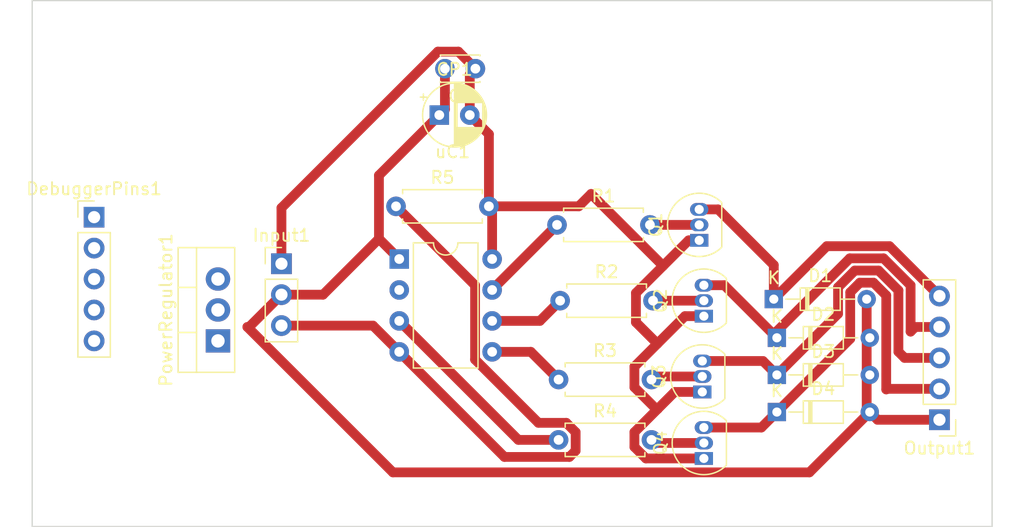
<source format=kicad_pcb>
(kicad_pcb (version 20211014) (generator pcbnew)
  (layers (0 "F.Cu" signal) (31 "B.Cu" signal) (34 "B.Paste" user) (35 "F.Paste" user) (36 "B.SilkS" user "B.Silkscreen") (37 "F.SilkS" user "F.Silkscreen") (38 "B.Mask" user) (39 "F.Mask" user) (44 "Edge.Cuts" user))
  (net 0 "")
  (net 1 "GND")
  (net 2 "+5V")
  (net 3 "Net-(D1-Pad1)")
  (net 4 "Net-(D2-Pad1)")
  (net 5 "Net-(D3-Pad1)")
  (net 6 "Net-(D4-Pad1)")
  (net 7 "Control_Input")
  (net 8 "Net-(Q1-Pad2)")
  (net 9 "+12V")
  (net 10 "Net-(Q2-Pad2)")
  (net 11 "Net-(Q4-Pad2)")
  (net 12 "Coil_1")
  (net 13 "Coil_2")
  (net 14 "Coil_3")
  (net 15 "Coil_4")
  (net 17 "Net-(Q3-Pad2)")
  (footprint "Package_TO_SOT_THT:TO-92_Inline" (layer "F.Cu") (at 179.43 108.331 90)
    (fp_text reference "Q3" (at 1.27 -3.56 90) (layer "F.SilkS"))
    (fp_text value "S8050")
    (fp_line (start -0.53 1.85) (end 3.07 1.85) (layer "F.SilkS") (width 0.12))
    (fp_arc (start 1.27 -2.6) (mid 3.672087 -0.994977) (end 3.108478 1.838478) (layer "F.SilkS") (width 0.12))
    (fp_arc (start -0.568478 1.838478) (mid -1.132087 -0.994977) (end 1.27 -2.6) (layer "F.SilkS") (width 0.12))
    (pad "1" thru_hole rect (at 0 0 90) (size 1.05 1.5) (drill 0.75) (layers *.Cu *.Mask) (net 1 "GND"))
    (pad "2" thru_hole oval (at 1.27 0 90) (size 1.05 1.5) (drill 0.75) (layers *.Cu *.Mask) (net 17 "Net-(Q3-Pad2)"))
    (pad "3" thru_hole oval (at 2.54 0 90) (size 1.05 1.5) (drill 0.75) (layers *.Cu *.Mask) (net 5 "Net-(D3-Pad1)"))
  )
  (footprint "Capacitor_THT:CP_Radial_D5.0mm_P2.50mm" (layer "F.Cu") (at 157.85488 85.598)
    (fp_text reference "CP1" (at 1.25 -3.75) (layer "F.SilkS"))
    (fp_text value "C_Polarized")
    (fp_line (start 3.811 -0.518) (end 3.811 0.518) (layer "F.SilkS") (width 0.12))
    (fp_line (start 2.531 -2.247) (end 2.531 -1.04) (layer "F.SilkS") (width 0.12))
    (fp_line (start 2.731 -2.122) (end 2.731 -1.04) (layer "F.SilkS") (width 0.12))
    (fp_line (start 1.37 -2.578) (end 1.37 2.578) (layer "F.SilkS") (width 0.12))
    (fp_line (start 3.331 -1.554) (end 3.331 -1.04) (layer "F.SilkS") (width 0.12))
    (fp_line (start 2.051 1.04) (end 2.051 2.455) (layer "F.SilkS") (width 0.12))
    (fp_line (start 3.011 1.04) (end 3.011 1.901) (layer "F.SilkS") (width 0.12))
    (fp_line (start -1.304775 -1.725) (end -1.304775 -1.225) (layer "F.SilkS") (width 0.12))
    (fp_line (start 1.971 1.04) (end 1.971 2.48) (layer "F.SilkS") (width 0.12))
    (fp_line (start 2.371 -2.329) (end 2.371 -1.04) (layer "F.SilkS") (width 0.12))
    (fp_line (start 1.49 1.04) (end 1.49 2.569) (layer "F.SilkS") (width 0.12))
    (fp_line (start 3.291 -1.605) (end 3.291 -1.04) (layer "F.SilkS") (width 0.12))
    (fp_line (start 1.61 1.04) (end 1.61 2.556) (layer "F.SilkS") (width 0.12))
    (fp_line (start 2.571 -2.224) (end 2.571 -1.04) (layer "F.SilkS") (width 0.12))
    (fp_line (start 3.851 -0.284) (end 3.851 0.284) (layer "F.SilkS") (width 0.12))
    (fp_line (start 2.331 1.04) (end 2.331 2.348) (layer "F.SilkS") (width 0.12))
    (fp_line (start 1.77 1.04) (end 1.77 2.528) (layer "F.SilkS") (width 0.12))
    (fp_line (start 2.131 -2.428) (end 2.131 -1.04) (layer "F.SilkS") (width 0.12))
    (fp_line (start 2.371 1.04) (end 2.371 2.329) (layer "F.SilkS") (width 0.12))
    (fp_line (start 1.81 -2.52) (end 1.81 -1.04) (layer "F.SilkS") (width 0.12))
    (fp_line (start 1.89 -2.501) (end 1.89 -1.04) (layer "F.SilkS") (width 0.12))
    (fp_line (start 3.131 -1.785) (end 3.131 -1.04) (layer "F.SilkS") (width 0.12))
    (fp_line (start 1.57 1.04) (end 1.57 2.561) (layer "F.SilkS") (width 0.12))
    (fp_line (start 1.73 1.04) (end 1.73 2.536) (layer "F.SilkS") (width 0.12))
    (fp_line (start 2.771 1.04) (end 2.771 2.095) (layer "F.SilkS") (width 0.12))
    (fp_line (start 2.771 -2.095) (end 2.771 -1.04) (layer "F.SilkS") (width 0.12))
    (fp_line (start 2.971 1.04) (end 2.971 1.937) (layer "F.SilkS") (width 0.12))
    (fp_line (start 3.211 -1.699) (end 3.211 -1.04) (layer "F.SilkS") (width 0.12))
    (fp_line (start 1.65 -2.55) (end 1.65 -1.04) (layer "F.SilkS") (width 0.12))
    (fp_line (start 3.691 -0.915) (end 3.691 0.915) (layer "F.SilkS") (width 0.12))
    (fp_line (start 2.971 -1.937) (end 2.971 -1.04) (layer "F.SilkS") (width 0.12))
    (fp_line (start 3.771 -0.677) (end 3.771 0.677) (layer "F.SilkS") (width 0.12))
    (fp_line (start 1.53 1.04) (end 1.53 2.565) (layer "F.SilkS") (width 0.12))
    (fp_line (start 2.451 1.04) (end 2.451 2.29) (layer "F.SilkS") (width 0.12))
    (fp_line (start 1.61 -2.556) (end 1.61 -1.04) (layer "F.SilkS") (width 0.12))
    (fp_line (start 1.971 -2.48) (end 1.971 -1.04) (layer "F.SilkS") (width 0.12))
    (fp_line (start 3.131 1.04) (end 3.131 1.785) (layer "F.SilkS") (width 0.12))
    (fp_line (start 3.611 -1.098) (end 3.611 1.098) (layer "F.SilkS") (width 0.12))
    (fp_line (start 2.251 -2.382) (end 2.251 -1.04) (layer "F.SilkS") (width 0.12))
    (fp_line (start 2.291 -2.365) (end 2.291 -1.04) (layer "F.SilkS") (width 0.12))
    (fp_line (start 3.531 1.04) (end 3.531 1.251) (layer "F.SilkS") (width 0.12))
    (fp_line (start 2.531 1.04) (end 2.531 2.247) (layer "F.SilkS") (width 0.12))
    (fp_line (start 2.411 -2.31) (end 2.411 -1.04) (layer "F.SilkS") (width 0.12))
    (fp_line (start 3.171 1.04) (end 3.171 1.743) (layer "F.SilkS") (width 0.12))
    (fp_line (start 2.611 -2.2) (end 2.611 -1.04) (layer "F.SilkS") (width 0.12))
    (fp_line (start 1.25 -2.58) (end 1.25 2.58) (layer "F.SilkS") (width 0.12))
    (fp_line (start 2.251 1.04) (end 2.251 2.382) (layer "F.SilkS") (width 0.12))
    (fp_line (start 1.93 -2.491) (end 1.93 -1.04) (layer "F.SilkS") (width 0.12))
    (fp_line (start 1.73 -2.536) (end 1.73 -1.04) (layer "F.SilkS") (width 0.12))
    (fp_line (start 1.65 1.04) (end 1.65 2.55) (layer "F.SilkS") (width 0.12))
    (fp_line (start 1.53 -2.565) (end 1.53 -1.04) (layer "F.SilkS") (width 0.12))
    (fp_line (start 3.731 -0.805) (end 3.731 0.805) (layer "F.SilkS") (width 0.12))
    (fp_line (start 1.45 -2.573) (end 1.45 2.573) (layer "F.SilkS") (width 0.12))
    (fp_line (start 3.491 1.04) (end 3.491 1.319) (layer "F.SilkS") (width 0.12))
    (fp_line (start 3.411 1.04) (end 3.411 1.443) (layer "F.SilkS") (width 0.12))
    (fp_line (start 2.331 -2.348) (end 2.331 -1.04) (layer "F.SilkS") (width 0.12))
    (fp_line (start 3.371 1.04) (end 3.371 1.5) (layer "F.SilkS") (width 0.12))
    (fp_line (start 2.891 -2.004) (end 2.891 -1.04) (layer "F.SilkS") (width 0.12))
    (fp_line (start 2.691 -2.149) (end 2.691 -1.04) (layer "F.SilkS") (width 0.12))
    (fp_line (start 1.33 -2.579) (end 1.33 2.579) (layer "F.SilkS") (width 0.12))
    (fp_line (start 2.611 1.04) (end 2.611 2.2) (layer "F.SilkS") (width 0.12))
    (fp_line (start 2.811 -2.065) (end 2.811 -1.04) (layer "F.SilkS") (width 0.12))
    (fp_line (start 2.731 1.04) (end 2.731 2.122) (layer "F.SilkS") (width 0.12))
    (fp_line (start 2.851 1.04) (end 2.851 2.035) (layer "F.SilkS") (width 0.12))
    (fp_line (start 2.171 1.04) (end 2.171 2.414) (layer "F.SilkS") (width 0.12))
    (fp_line (start 2.571 1.04) (end 2.571 2.224) (layer "F.SilkS") (width 0.12))
    (fp_line (start 2.491 -2.268) (end 2.491 -1.04) (layer "F.SilkS") (width 0.12))
    (fp_line (start 2.011 -2.468) (end 2.011 -1.04) (layer "F.SilkS") (width 0.12))
    (fp_line (start 1.49 -2.569) (end 1.49 -1.04) (layer "F.SilkS") (width 0.12))
    (fp_line (start 3.091 -1.826) (end 3.091 -1.04) (layer "F.SilkS") (width 0.12))
    (fp_line (start 3.251 1.04) (end 3.251 1.653) (layer "F.SilkS") (width 0.12))
    (fp_line (start 2.651 1.04) (end 2.651 2.175) (layer "F.SilkS") (width 0.12))
    (fp_line (start 2.011 1.04) (end 2.011 2.468) (layer "F.SilkS") (width 0.12))
    (fp_line (start 3.371 -1.5) (end 3.371 -1.04) (layer "F.SilkS") (width 0.12))
    (fp_line (start 2.411 1.04) (end 2.411 2.31) (layer "F.SilkS") (width 0.12))
    (fp_line (start 2.211 1.04) (end 2.211 2.398) (layer "F.SilkS") (width 0.12))
    (fp_line (start 2.851 -2.035) (end 2.851 -1.04) (layer "F.SilkS") (width 0.12))
    (fp_line (start 3.451 -1.383) (end 3.451 -1.04) (layer "F.SilkS") (width 0.12))
    (fp_line (start 2.091 1.04) (end 2.091 2.442) (layer "F.SilkS") (width 0.12))
    (fp_line (start 3.651 -1.011) (end 3.651 1.011) (layer "F.SilkS") (width 0.12))
    (fp_line (start 2.131 1.04) (end 2.131 2.428) (layer "F.SilkS") (width 0.12))
    (fp_line (start 3.331 1.04) (end 3.331 1.554) (layer "F.SilkS") (width 0.12))
    (fp_line (start 2.211 -2.398) (end 2.211 -1.04) (layer "F.SilkS") (width 0.12))
    (fp_line (start 3.011 -1.901) (end 3.011 -1.04) (layer "F.SilkS") (width 0.12))
    (fp_line (start 2.171 -2.414) (end 2.171 -1.04) (layer "F.SilkS") (width 0.12))
    (fp_line (start 1.29 -2.58) (end 1.29 2.58) (layer "F.SilkS") (width 0.12))
    (fp_line (start 3.091 1.04) (end 3.091 1.826) (layer "F.SilkS") (width 0.12))
    (fp_line (start 1.77 -2.528) (end 1.77 -1.04) (layer "F.SilkS") (width 0.12))
    (fp_line (start 3.411 -1.443) (end 3.411 -1.04) (layer "F.SilkS") (width 0.12))
    (fp_line (start 3.491 -1.319) (end 3.491 -1.04) (layer "F.SilkS") (width 0.12))
    (fp_line (start 2.931 1.04) (end 2.931 1.971) (layer "F.SilkS") (width 0.12))
    (fp_line (start 2.291 1.04) (end 2.291 2.365) (layer "F.SilkS") (width 0.12))
    (fp_line (start 2.691 1.04) (end 2.691 2.149) (layer "F.SilkS") (width 0.12))
    (fp_line (start 1.41 -2.576) (end 1.41 2.576) (layer "F.SilkS") (width 0.12))
    (fp_line (start 3.051 -1.864) (end 3.051 -1.04) (layer "F.SilkS") (width 0.12))
    (fp_line (start 3.051 1.04) (end 3.051 1.864) (layer "F.SilkS") (width 0.12))
    (fp_line (start 2.891 1.04) (end 2.891 2.004) (layer "F.SilkS") (width 0.12))
    (fp_line (start 1.69 1.04) (end 1.69 2.543) (layer "F.SilkS") (width 0.12))
    (fp_line (start 1.69 -2.543) (end 1.69 -1.04) (layer "F.SilkS") (width 0.12))
    (fp_line (start 2.651 -2.175) (end 2.651 -1.04) (layer "F.SilkS") (width 0.12))
    (fp_line (start 3.531 -1.251) (end 3.531 -1.04) (layer "F.SilkS") (width 0.12))
    (fp_line (start 2.811 1.04) (end 2.811 2.065) (layer "F.SilkS") (width 0.12))
    (fp_line (start 3.171 -1.743) (end 3.171 -1.04) (layer "F.SilkS") (width 0.12))
    (fp_line (start 3.291 1.04) (end 3.291 1.605) (layer "F.SilkS") (width 0.12))
    (fp_line (start 2.931 -1.971) (end 2.931 -1.04) (layer "F.SilkS") (width 0.12))
    (fp_line (start -1.554775 -1.475) (end -1.054775 -1.475) (layer "F.SilkS") (width 0.12))
    (fp_line (start 1.85 1.04) (end 1.85 2.511) (layer "F.SilkS") (width 0.12))
    (fp_line (start 1.81 1.04) (end 1.81 2.52) (layer "F.SilkS") (width 0.12))
    (fp_line (start 1.89 1.04) (end 1.89 2.501) (layer "F.SilkS") (width 0.12))
    (fp_line (start 1.93 1.04) (end 1.93 2.491) (layer "F.SilkS") (width 0.12))
    (fp_line (start 3.451 1.04) (end 3.451 1.383) (layer "F.SilkS") (width 0.12))
    (fp_line (start 3.211 1.04) (end 3.211 1.699) (layer "F.SilkS") (width 0.12))
    (fp_line (start 1.57 -2.561) (end 1.57 -1.04) (layer "F.SilkS") (width 0.12))
    (fp_line (start 3.571 -1.178) (end 3.571 1.178) (layer "F.SilkS") (width 0.12))
    (fp_line (start 2.491 1.04) (end 2.491 2.268) (layer "F.SilkS") (width 0.12))
    (fp_line (start 2.051 -2.455) (end 2.051 -1.04) (layer "F.SilkS") (width 0.12))
    (fp_line (start 2.091 -2.442) (end 2.091 -1.04) (layer "F.SilkS") (width 0.12))
    (fp_line (start 3.251 -1.653) (end 3.251 -1.04) (layer "F.SilkS") (width 0.12))
    (fp_line (start 1.85 -2.511) (end 1.85 -1.04) (layer "F.SilkS") (width 0.12))
    (fp_line (start 2.451 -2.29) (end 2.451 -1.04) (layer "F.SilkS") (width 0.12))
    (fp_circle (center 1.25 0) (end 3.87 0) (layer "F.SilkS") (width 0.12) (fill none))
    (pad "1" thru_hole rect (at 0 0) (size 1.6 1.6) (drill 0.8) (layers *.Cu *.Mask) (net 2 "+5V"))
    (pad "2" thru_hole circle (at 2.5 0) (size 1.6 1.6) (drill 0.8) (layers *.Cu *.Mask) (net 1 "GND"))
  )
  (footprint "Diode_THT:D_DO-34_SOD68_P7.62mm_Horizontal" (layer "F.Cu") (at 185.293 100.711)
    (fp_text reference "D1" (at 3.81 -1.92) (layer "F.SilkS"))
    (fp_text value "DIODE")
    (fp_text user "K" (at 0 -1.75) (layer "F.SilkS"))
    (fp_line (start 2.17 -0.92) (end 2.17 0.92) (layer "F.SilkS") (width 0.12))
    (fp_line (start 0.99 0) (end 2.17 0) (layer "F.SilkS") (width 0.12))
    (fp_line (start 6.63 0) (end 5.45 0) (layer "F.SilkS") (width 0.12))
    (fp_line (start 5.45 0.92) (end 5.45 -0.92) (layer "F.SilkS") (width 0.12))
    (fp_line (start 5.45 -0.92) (end 2.17 -0.92) (layer "F.SilkS") (width 0.12))
    (fp_line (start 2.626 -0.92) (end 2.626 0.92) (layer "F.SilkS") (width 0.12))
    (fp_line (start 2.17 0.92) (end 5.45 0.92) (layer "F.SilkS") (width 0.12))
    (fp_line (start 2.866 -0.92) (end 2.866 0.92) (layer "F.SilkS") (width 0.12))
    (fp_line (start 2.746 -0.92) (end 2.746 0.92) (layer "F.SilkS") (width 0.12))
    (pad "1" thru_hole rect (at 0 0) (size 1.5 1.5) (drill 0.75) (layers *.Cu *.Mask) (net 3 "Net-(D1-Pad1)"))
    (pad "2" thru_hole oval (at 7.62 0) (size 1.5 1.5) (drill 0.75) (layers *.Cu *.Mask) (net 2 "+5V"))
  )
  (footprint "Resistor_THT:R_Axial_DIN0207_L6.3mm_D2.5mm_P7.62mm_Horizontal" (layer "F.Cu") (at 167.64 107.315)
    (fp_text reference "R3" (at 3.81 -2.37) (layer "F.SilkS"))
    (fp_text value "330")
    (fp_line (start 0.54 1.37) (end 7.08 1.37) (layer "F.SilkS") (width 0.12))
    (fp_line (start 7.08 -1.37) (end 7.08 -1.04) (layer "F.SilkS") (width 0.12))
    (fp_line (start 0.54 -1.37) (end 7.08 -1.37) (layer "F.SilkS") (width 0.12))
    (fp_line (start 0.54 -1.04) (end 0.54 -1.37) (layer "F.SilkS") (width 0.12))
    (fp_line (start 0.54 1.04) (end 0.54 1.37) (layer "F.SilkS") (width 0.12))
    (fp_line (start 7.08 1.37) (end 7.08 1.04) (layer "F.SilkS") (width 0.12))
    (pad "1" thru_hole circle (at 0 0) (size 1.6 1.6) (drill 0.8) (layers *.Cu *.Mask) (net 14 "Coil_3"))
    (pad "2" thru_hole oval (at 7.62 0) (size 1.6 1.6) (drill 0.8) (layers *.Cu *.Mask) (net 17 "Net-(Q3-Pad2)"))
  )
  (footprint "Package_TO_SOT_THT:TO-92_Inline" (layer "F.Cu") (at 179.557 113.792 90)
    (fp_text reference "Q4" (at 1.27 -3.56 90) (layer "F.SilkS"))
    (fp_text value "S8050")
    (fp_line (start -0.53 1.85) (end 3.07 1.85) (layer "F.SilkS") (width 0.12))
    (fp_arc (start -0.568478 1.838478) (mid -1.132087 -0.994977) (end 1.27 -2.6) (layer "F.SilkS") (width 0.12))
    (fp_arc (start 1.27 -2.6) (mid 3.672087 -0.994977) (end 3.108478 1.838478) (layer "F.SilkS") (width 0.12))
    (pad "1" thru_hole rect (at 0 0 90) (size 1.05 1.5) (drill 0.75) (layers *.Cu *.Mask) (net 1 "GND"))
    (pad "2" thru_hole oval (at 1.27 0 90) (size 1.05 1.5) (drill 0.75) (layers *.Cu *.Mask) (net 11 "Net-(Q4-Pad2)"))
    (pad "3" thru_hole oval (at 2.54 0 90) (size 1.05 1.5) (drill 0.75) (layers *.Cu *.Mask) (net 6 "Net-(D4-Pad1)"))
  )
  (footprint "Diode_THT:D_DO-34_SOD68_P7.62mm_Horizontal" (layer "F.Cu") (at 185.547 106.934)
    (fp_text reference "D3" (at 3.81 -1.92) (layer "F.SilkS"))
    (fp_text value "DIODE")
    (fp_text user "K" (at 0 -1.75) (layer "F.SilkS"))
    (fp_line (start 2.626 -0.92) (end 2.626 0.92) (layer "F.SilkS") (width 0.12))
    (fp_line (start 5.45 -0.92) (end 2.17 -0.92) (layer "F.SilkS") (width 0.12))
    (fp_line (start 5.45 0.92) (end 5.45 -0.92) (layer "F.SilkS") (width 0.12))
    (fp_line (start 2.866 -0.92) (end 2.866 0.92) (layer "F.SilkS") (width 0.12))
    (fp_line (start 0.99 0) (end 2.17 0) (layer "F.SilkS") (width 0.12))
    (fp_line (start 2.17 0.92) (end 5.45 0.92) (layer "F.SilkS") (width 0.12))
    (fp_line (start 2.746 -0.92) (end 2.746 0.92) (layer "F.SilkS") (width 0.12))
    (fp_line (start 2.17 -0.92) (end 2.17 0.92) (layer "F.SilkS") (width 0.12))
    (fp_line (start 6.63 0) (end 5.45 0) (layer "F.SilkS") (width 0.12))
    (pad "1" thru_hole rect (at 0 0) (size 1.5 1.5) (drill 0.75) (layers *.Cu *.Mask) (net 5 "Net-(D3-Pad1)"))
    (pad "2" thru_hole oval (at 7.62 0) (size 1.5 1.5) (drill 0.75) (layers *.Cu *.Mask) (net 2 "+5V"))
  )
  (footprint "Capacitor_THT:C_Disc_D3.0mm_W2.0mm_P2.50mm" (layer "F.Cu") (at 160.817992 81.788 180)
    (fp_text reference "C1" (at 1.25 -2.25) (layer "F.SilkS"))
    (fp_text value "10nF")
    (fp_line (start -0.37 1.055) (end -0.37 1.12) (layer "F.SilkS") (width 0.12))
    (fp_line (start -0.37 -1.12) (end 2.87 -1.12) (layer "F.SilkS") (width 0.12))
    (fp_line (start 2.87 1.055) (end 2.87 1.12) (layer "F.SilkS") (width 0.12))
    (fp_line (start 2.87 -1.12) (end 2.87 -1.055) (layer "F.SilkS") (width 0.12))
    (fp_line (start -0.37 1.12) (end 2.87 1.12) (layer "F.SilkS") (width 0.12))
    (fp_line (start -0.37 -1.12) (end -0.37 -1.055) (layer "F.SilkS") (width 0.12))
    (pad "1" thru_hole circle (at 0 0 180) (size 1.6 1.6) (drill 0.8) (layers *.Cu *.Mask) (net 1 "GND"))
    (pad "2" thru_hole circle (at 2.5 0 180) (size 1.6 1.6) (drill 0.8) (layers *.Cu *.Mask) (net 2 "+5V"))
  )
  (footprint "Diode_THT:D_DO-34_SOD68_P7.62mm_Horizontal" (layer "F.Cu") (at 185.547 109.982)
    (fp_text reference "D4" (at 3.81 -1.92) (layer "F.SilkS"))
    (fp_text value "DIODE")
    (fp_text user "K" (at 0 -1.75) (layer "F.SilkS"))
    (fp_line (start 2.866 -0.92) (end 2.866 0.92) (layer "F.SilkS") (width 0.12))
    (fp_line (start 6.63 0) (end 5.45 0) (layer "F.SilkS") (width 0.12))
    (fp_line (start 2.746 -0.92) (end 2.746 0.92) (layer "F.SilkS") (width 0.12))
    (fp_line (start 5.45 0.92) (end 5.45 -0.92) (layer "F.SilkS") (width 0.12))
    (fp_line (start 2.17 0.92) (end 5.45 0.92) (layer "F.SilkS") (width 0.12))
    (fp_line (start 2.626 -0.92) (end 2.626 0.92) (layer "F.SilkS") (width 0.12))
    (fp_line (start 0.99 0) (end 2.17 0) (layer "F.SilkS") (width 0.12))
    (fp_line (start 5.45 -0.92) (end 2.17 -0.92) (layer "F.SilkS") (width 0.12))
    (fp_line (start 2.17 -0.92) (end 2.17 0.92) (layer "F.SilkS") (width 0.12))
    (pad "1" thru_hole rect (at 0 0) (size 1.5 1.5) (drill 0.75) (layers *.Cu *.Mask) (net 6 "Net-(D4-Pad1)"))
    (pad "2" thru_hole oval (at 7.62 0) (size 1.5 1.5) (drill 0.75) (layers *.Cu *.Mask) (net 2 "+5V"))
  )
  (footprint "Package_DIP:DIP-8_W7.62mm" (layer "F.Cu") (at 154.569 97.419)
    (fp_text reference "uC1" (at 4.373992 -8.807) (layer "F.SilkS"))
    (fp_text value "PIC12F675-IP")
    (fp_line (start 1.16 8.95) (end 6.46 8.95) (layer "F.SilkS") (width 0.12))
    (fp_line (start 1.16 -1.33) (end 1.16 8.95) (layer "F.SilkS") (width 0.12))
    (fp_line (start 6.46 8.95) (end 6.46 -1.33) (layer "F.SilkS") (width 0.12))
    (fp_line (start 2.81 -1.33) (end 1.16 -1.33) (layer "F.SilkS") (width 0.12))
    (fp_line (start 6.46 -1.33) (end 4.81 -1.33) (layer "F.SilkS") (width 0.12))
    (fp_arc (start 4.81 -1.33) (mid 3.81 -0.33) (end 2.81 -1.33) (layer "F.SilkS") (width 0.12))
    (pad "1" thru_hole rect (at 0 0) (size 1.6 1.6) (drill 0.8) (layers *.Cu *.Mask) (net 2 "+5V"))
    (pad "2" thru_hole oval (at 0 2.54) (size 1.6 1.6) (drill 0.8) (layers *.Cu *.Mask))
    (pad "3" thru_hole oval (at 0 5.08) (size 1.6 1.6) (drill 0.8) (layers *.Cu *.Mask) (net 15 "Coil_4"))
    (pad "4" thru_hole oval (at 0 7.62) (size 1.6 1.6) (drill 0.8) (layers *.Cu *.Mask) (net 7 "Control_Input"))
    (pad "5" thru_hole oval (at 7.62 7.62) (size 1.6 1.6) (drill 0.8) (layers *.Cu *.Mask) (net 14 "Coil_3"))
    (pad "6" thru_hole oval (at 7.62 5.08) (size 1.6 1.6) (drill 0.8) (layers *.Cu *.Mask) (net 13 "Coil_2"))
    (pad "7" thru_hole oval (at 7.62 2.54) (size 1.6 1.6) (drill 0.8) (layers *.Cu *.Mask) (net 12 "Coil_1"))
    (pad "8" thru_hole oval (at 7.62 0) (size 1.6 1.6) (drill 0.8) (layers *.Cu *.Mask) (net 1 "GND"))
  )
  (footprint "Connector_PinHeader_2.54mm:PinHeader_1x05_P2.54mm_Vertical" (layer "F.Cu") (at 129.54 93.98)
    (fp_text reference "DebuggerPins1" (at 0 -2.33) (layer "F.SilkS"))
    (fp_text value "Conn_01x05_Female")
    (fp_line (start -1.33 0) (end -1.33 -1.33) (layer "F.SilkS") (width 0.12))
    (fp_line (start -1.33 1.27) (end -1.33 11.49) (layer "F.SilkS") (width 0.12))
    (fp_line (start 1.33 1.27) (end 1.33 11.49) (layer "F.SilkS") (width 0.12))
    (fp_line (start -1.33 1.27) (end 1.33 1.27) (layer "F.SilkS") (width 0.12))
    (fp_line (start -1.33 -1.33) (end 0 -1.33) (layer "F.SilkS") (width 0.12))
    (fp_line (start -1.33 11.49) (end 1.33 11.49) (layer "F.SilkS") (width 0.12))
    (pad "1" thru_hole rect (at 0 0) (size 1.7 1.7) (drill 1) (layers *.Cu *.Mask) (net 7 "Control_Input"))
    (pad "2" thru_hole oval (at 0 2.54) (size 1.7 1.7) (drill 1) (layers *.Cu *.Mask) (net 2 "+5V"))
    (pad "3" thru_hole oval (at 0 5.08) (size 1.7 1.7) (drill 1) (layers *.Cu *.Mask) (net 1 "GND"))
    (pad "4" thru_hole oval (at 0 7.62) (size 1.7 1.7) (drill 1) (layers *.Cu *.Mask) (net 12 "Coil_1"))
    (pad "5" thru_hole oval (at 0 10.16) (size 1.7 1.7) (drill 1) (layers *.Cu *.Mask) (net 13 "Coil_2"))
  )
  (footprint "Resistor_THT:R_Axial_DIN0207_L6.3mm_D2.5mm_P7.62mm_Horizontal" (layer "F.Cu") (at 154.305 93.091)
    (fp_text reference "R5" (at 3.81 -2.37) (layer "F.SilkS"))
    (fp_text value "10k")
    (fp_line (start 0.54 -1.04) (end 0.54 -1.37) (layer "F.SilkS") (width 0.12))
    (fp_line (start 7.08 -1.37) (end 7.08 -1.04) (layer "F.SilkS") (width 0.12))
    (fp_line (start 7.08 1.37) (end 7.08 1.04) (layer "F.SilkS") (width 0.12))
    (fp_line (start 0.54 1.04) (end 0.54 1.37) (layer "F.SilkS") (width 0.12))
    (fp_line (start 0.54 1.37) (end 7.08 1.37) (layer "F.SilkS") (width 0.12))
    (fp_line (start 0.54 -1.37) (end 7.08 -1.37) (layer "F.SilkS") (width 0.12))
    (pad "1" thru_hole circle (at 0 0) (size 1.6 1.6) (drill 0.8) (layers *.Cu *.Mask) (net 1 "GND"))
    (pad "2" thru_hole oval (at 7.62 0) (size 1.6 1.6) (drill 0.8) (layers *.Cu *.Mask) (net 7 "Control_Input"))
  )
  (footprint "Resistor_THT:R_Axial_DIN0207_L6.3mm_D2.5mm_P7.62mm_Horizontal" (layer "F.Cu") (at 167.767 100.838)
    (fp_text reference "R2" (at 3.81 -2.37) (layer "F.SilkS"))
    (fp_text value "300")
    (fp_line (start 0.54 -1.37) (end 7.08 -1.37) (layer "F.SilkS") (width 0.12))
    (fp_line (start 7.08 1.37) (end 7.08 1.04) (layer "F.SilkS") (width 0.12))
    (fp_line (start 0.54 1.37) (end 7.08 1.37) (layer "F.SilkS") (width 0.12))
    (fp_line (start 0.54 1.04) (end 0.54 1.37) (layer "F.SilkS") (width 0.12))
    (fp_line (start 7.08 -1.37) (end 7.08 -1.04) (layer "F.SilkS") (width 0.12))
    (fp_line (start 0.54 -1.04) (end 0.54 -1.37) (layer "F.SilkS") (width 0.12))
    (pad "1" thru_hole circle (at 0 0) (size 1.6 1.6) (drill 0.8) (layers *.Cu *.Mask) (net 13 "Coil_2"))
    (pad "2" thru_hole oval (at 7.62 0) (size 1.6 1.6) (drill 0.8) (layers *.Cu *.Mask) (net 10 "Net-(Q2-Pad2)"))
  )
  (footprint "Resistor_THT:R_Axial_DIN0207_L6.3mm_D2.5mm_P7.62mm_Horizontal" (layer "F.Cu") (at 167.64 112.268)
    (fp_text reference "R4" (at 3.81 -2.37) (layer "F.SilkS"))
    (fp_text value "330")
    (fp_line (start 0.54 1.04) (end 0.54 1.37) (layer "F.SilkS") (width 0.12))
    (fp_line (start 7.08 -1.37) (end 7.08 -1.04) (layer "F.SilkS") (width 0.12))
    (fp_line (start 7.08 1.37) (end 7.08 1.04) (layer "F.SilkS") (width 0.12))
    (fp_line (start 0.54 1.37) (end 7.08 1.37) (layer "F.SilkS") (width 0.12))
    (fp_line (start 0.54 -1.04) (end 0.54 -1.37) (layer "F.SilkS") (width 0.12))
    (fp_line (start 0.54 -1.37) (end 7.08 -1.37) (layer "F.SilkS") (width 0.12))
    (pad "1" thru_hole circle (at 0 0) (size 1.6 1.6) (drill 0.8) (layers *.Cu *.Mask) (net 15 "Coil_4"))
    (pad "2" thru_hole oval (at 7.62 0) (size 1.6 1.6) (drill 0.8) (layers *.Cu *.Mask) (net 11 "Net-(Q4-Pad2)"))
  )
  (footprint "Package_TO_SOT_THT:TO-220-3_Vertical" (layer "F.Cu") (at 139.7 104.14 90)
    (fp_text reference "PowerRegulator1" (at 2.54 -4.27 90) (layer "F.SilkS"))
    (fp_text value "LM7805_TO220")
    (fp_line (start -2.58 -1.76) (end 7.66 -1.76) (layer "F.SilkS") (width 0.12))
    (fp_line (start -2.58 1.371) (end 7.66 1.371) (layer "F.SilkS") (width 0.12))
    (fp_line (start 4.391 -3.27) (end 4.391 -1.76) (layer "F.SilkS") (width 0.12))
    (fp_line (start 7.66 -3.27) (end 7.66 1.371) (layer "F.SilkS") (width 0.12))
    (fp_line (start -2.58 -3.27) (end 7.66 -3.27) (layer "F.SilkS") (width 0.12))
    (fp_line (start -2.58 -3.27) (end -2.58 1.371) (layer "F.SilkS") (width 0.12))
    (fp_line (start 0.69 -3.27) (end 0.69 -1.76) (layer "F.SilkS") (width 0.12))
    (pad "1" thru_hole rect (at 0 0 90) (size 1.905 2) (drill 1.1) (layers *.Cu *.Mask) (net 9 "+12V"))
    (pad "2" thru_hole oval (at 2.54 0 90) (size 1.905 2) (drill 1.1) (layers *.Cu *.Mask) (net 1 "GND"))
    (pad "3" thru_hole oval (at 5.08 0 90) (size 1.905 2) (drill 1.1) (layers *.Cu *.Mask) (net 2 "+5V"))
  )
  (footprint "Connector_PinHeader_2.54mm:PinHeader_1x05_P2.54mm_Vertical" (layer "F.Cu") (at 198.882 110.617 180)
    (fp_text reference "Output1" (at 0 -2.33) (layer "F.SilkS"))
    (fp_text value "Conn_01x05_Female")
    (fp_line (start -1.33 11.49) (end 1.33 11.49) (layer "F.SilkS") (width 0.12))
    (fp_line (start -1.33 -1.33) (end 0 -1.33) (layer "F.SilkS") (width 0.12))
    (fp_line (start -1.33 0) (end -1.33 -1.33) (layer "F.SilkS") (width 0.12))
    (fp_line (start -1.33 1.27) (end -1.33 11.49) (layer "F.SilkS") (width 0.12))
    (fp_line (start -1.33 1.27) (end 1.33 1.27) (layer "F.SilkS") (width 0.12))
    (fp_line (start 1.33 1.27) (end 1.33 11.49) (layer "F.SilkS") (width 0.12))
    (pad "1" thru_hole rect (at 0 0 180) (size 1.7 1.7) (drill 1) (layers *.Cu *.Mask) (net 2 "+5V"))
    (pad "2" thru_hole oval (at 0 2.54 180) (size 1.7 1.7) (drill 1) (layers *.Cu *.Mask) (net 6 "Net-(D4-Pad1)"))
    (pad "3" thru_hole oval (at 0 5.08 180) (size 1.7 1.7) (drill 1) (layers *.Cu *.Mask) (net 5 "Net-(D3-Pad1)"))
    (pad "4" thru_hole oval (at 0 7.62 180) (size 1.7 1.7) (drill 1) (layers *.Cu *.Mask) (net 4 "Net-(D2-Pad1)"))
    (pad "5" thru_hole oval (at 0 10.16 180) (size 1.7 1.7) (drill 1) (layers *.Cu *.Mask) (net 3 "Net-(D1-Pad1)"))
  )
  (footprint "Connector_PinHeader_2.54mm:PinHeader_1x03_P2.54mm_Vertical" (layer "F.Cu") (at 144.907 97.805)
    (fp_text reference "Input1" (at 0 -2.33) (layer "F.SilkS"))
    (fp_text value "Conn_01x03_Female")
    (fp_line (start -1.33 1.27) (end 1.33 1.27) (layer "F.SilkS") (width 0.12))
    (fp_line (start -1.33 6.41) (end 1.33 6.41) (layer "F.SilkS") (width 0.12))
    (fp_line (start 1.33 1.27) (end 1.33 6.41) (layer "F.SilkS") (width 0.12))
    (fp_line (start -1.33 1.27) (end -1.33 6.41) (layer "F.SilkS") (width 0.12))
    (fp_line (start -1.33 -1.33) (end 0 -1.33) (layer "F.SilkS") (width 0.12))
    (fp_line (start -1.33 0) (end -1.33 -1.33) (layer "F.SilkS") (width 0.12))
    (pad "1" thru_hole rect (at 0 0) (size 1.7 1.7) (drill 1) (layers *.Cu *.Mask) (net 1 "GND"))
    (pad "2" thru_hole oval (at 0 2.54) (size 1.7 1.7) (drill 1) (layers *.Cu *.Mask) (net 9 "+12V"))
    (pad "3" thru_hole oval (at 0 5.08) (size 1.7 1.7) (drill 1) (layers *.Cu *.Mask) (net 7 "Control_Input"))
  )
  (footprint "Package_TO_SOT_THT:TO-92_Inline" (layer "F.Cu") (at 179.557 102.108 90)
    (fp_text reference "Q2" (at 1.27 -3.56 90) (layer "F.SilkS"))
    (fp_text value "S8050")
    (fp_line (start -0.53 1.85) (end 3.07 1.85) (layer "F.SilkS") (width 0.12))
    (fp_arc (start 1.27 -2.6) (mid 3.672087 -0.994977) (end 3.108478 1.838478) (layer "F.SilkS") (width 0.12))
    (fp_arc (start -0.568478 1.838478) (mid -1.132087 -0.994977) (end 1.27 -2.6) (layer "F.SilkS") (width 0.12))
    (pad "1" thru_hole rect (at 0 0 90) (size 1.05 1.5) (drill 0.75) (layers *.Cu *.Mask) (net 1 "GND"))
    (pad "2" thru_hole oval (at 1.27 0 90) (size 1.05 1.5) (drill 0.75) (layers *.Cu *.Mask) (net 10 "Net-(Q2-Pad2)"))
    (pad "3" thru_hole oval (at 2.54 0 90) (size 1.05 1.5) (drill 0.75) (layers *.Cu *.Mask) (net 4 "Net-(D2-Pad1)"))
  )
  (footprint "Resistor_THT:R_Axial_DIN0207_L6.3mm_D2.5mm_P7.62mm_Horizontal" (layer "F.Cu") (at 167.513 94.615)
    (fp_text reference "R1" (at 3.81 -2.37) (layer "F.SilkS"))
    (fp_text value "300")
    (fp_line (start 0.54 -1.04) (end 0.54 -1.37) (layer "F.SilkS") (width 0.12))
    (fp_line (start 7.08 -1.37) (end 7.08 -1.04) (layer "F.SilkS") (width 0.12))
    (fp_line (start 0.54 -1.37) (end 7.08 -1.37) (layer "F.SilkS") (width 0.12))
    (fp_line (start 0.54 1.37) (end 7.08 1.37) (layer "F.SilkS") (width 0.12))
    (fp_line (start 7.08 1.37) (end 7.08 1.04) (layer "F.SilkS") (width 0.12))
    (fp_line (start 0.54 1.04) (end 0.54 1.37) (layer "F.SilkS") (width 0.12))
    (pad "1" thru_hole circle (at 0 0) (size 1.6 1.6) (drill 0.8) (layers *.Cu *.Mask) (net 12 "Coil_1"))
    (pad "2" thru_hole oval (at 7.62 0) (size 1.6 1.6) (drill 0.8) (layers *.Cu *.Mask) (net 8 "Net-(Q1-Pad2)"))
  )
  (footprint "Package_TO_SOT_THT:TO-92_Inline" (layer "F.Cu") (at 179.176 95.885 90)
    (fp_text reference "Q1" (at 1.27 -3.56 90) (layer "F.SilkS"))
    (fp_text value "S8050")
    (fp_line (start -0.53 1.85) (end 3.07 1.85) (layer "F.SilkS") (width 0.12))
    (fp_arc (start -0.568478 1.838478) (mid -1.132087 -0.994977) (end 1.27 -2.6) (layer "F.SilkS") (width 0.12))
    (fp_arc (start 1.27 -2.6) (mid 3.672087 -0.994977) (end 3.108478 1.838478) (layer "F.SilkS") (width 0.12))
    (pad "1" thru_hole rect (at 0 0 90) (size 1.05 1.5) (drill 0.75) (layers *.Cu *.Mask) (net 1 "GND"))
    (pad "2" thru_hole oval (at 1.27 0 90) (size 1.05 1.5) (drill 0.75) (layers *.Cu *.Mask) (net 8 "Net-(Q1-Pad2)"))
    (pad "3" thru_hole oval (at 2.54 0 90) (size 1.05 1.5) (drill 0.75) (layers *.Cu *.Mask) (net 3 "Net-(D1-Pad1)"))
  )
  (footprint "Diode_THT:D_DO-34_SOD68_P7.62mm_Horizontal" (layer "F.Cu") (at 185.547 103.886)
    (fp_text reference "D2" (at 3.81 -1.92) (layer "F.SilkS"))
    (fp_text value "DIODE")
    (fp_text user "K" (at 0 -1.75) (layer "F.SilkS"))
    (fp_line (start 2.17 -0.92) (end 2.17 0.92) (layer "F.SilkS") (width 0.12))
    (fp_line (start 2.626 -0.92) (end 2.626 0.92) (layer "F.SilkS") (width 0.12))
    (fp_line (start 2.746 -0.92) (end 2.746 0.92) (layer "F.SilkS") (width 0.12))
    (fp_line (start 2.17 0.92) (end 5.45 0.92) (layer "F.SilkS") (width 0.12))
    (fp_line (start 5.45 -0.92) (end 2.17 -0.92) (layer "F.SilkS") (width 0.12))
    (fp_line (start 6.63 0) (end 5.45 0) (layer "F.SilkS") (width 0.12))
    (fp_line (start 0.99 0) (end 2.17 0) (layer "F.SilkS") (width 0.12))
    (fp_line (start 2.866 -0.92) (end 2.866 0.92) (layer "F.SilkS") (width 0.12))
    (fp_line (start 5.45 0.92) (end 5.45 -0.92) (layer "F.SilkS") (width 0.12))
    (pad "1" thru_hole rect (at 0 0) (size 1.5 1.5) (drill 0.75) (layers *.Cu *.Mask) (net 4 "Net-(D2-Pad1)"))
    (pad "2" thru_hole oval (at 7.62 0) (size 1.5 1.5) (drill 0.75) (layers *.Cu *.Mask) (net 2 "+5V"))
  )
  (gr_line (start 203.2 119.38) (end 203.2 76.2) (layer "Edge.Cuts") (width 0.1))
  (gr_line (start 124.46 119.38) (end 203.2 119.38) (layer "Edge.Cuts") (width 0.1))
  (gr_line (start 203.2 76.2) (end 124.46 76.2) (layer "Edge.Cuts") (width 0.1))
  (gr_line (start 124.46 76.2) (end 124.46 119.38) (layer "Edge.Cuts") (width 0.1))
  (segment (start 160.35488 85.598) (end 160.35488 82.251112) (width 0.8) (layer "F.Cu") (net 1))
  (segment (start 177.165 108.331) (end 179.43 108.331) (width 0.8) (layer "F.Cu") (net 1))
  (segment (start 162.189 93.355) (end 161.925 93.091) (width 0.8) (layer "F.Cu") (net 1))
  (segment (start 173.860489 112.847698) (end 173.860489 111.635511) (width 0.8) (layer "F.Cu") (net 1))
  (segment (start 175.7445 104.3705) (end 173.860489 106.254511) (width 0.8) (layer "F.Cu") (net 1))
  (segment (start 176.2125 97.9805) (end 170.307 92.075) (width 0.8) (layer "F.Cu") (net 1))
  (segment (start 173.860489 107.947489) (end 175.641 109.728) (width 0.8) (layer "F.Cu") (net 1))
  (segment (start 178.308 95.885) (end 179.176 95.885) (width 0.8) (layer "F.Cu") (net 1))
  (segment (start 159.418481 80.388489) (end 160.817992 81.788) (width 0.8) (layer "F.Cu") (net 1))
  (segment (start 173.860489 106.254511) (end 173.860489 107.947489) (width 0.8) (layer "F.Cu") (net 1))
  (segment (start 144.907 97.805) (end 144.907 93.219783) (width 0.8) (layer "F.Cu") (net 1))
  (segment (start 169.291 93.091) (end 161.925 93.091) (width 0.8) (layer "F.Cu") (net 1))
  (segment (start 173.860489 111.635511) (end 175.768 109.728) (width 0.8) (layer "F.Cu") (net 1))
  (segment (start 179.557 113.792) (end 174.804791 113.792) (width 0.8) (layer "F.Cu") (net 1))
  (segment (start 176.2125 97.9805) (end 178.308 95.885) (width 0.8) (layer "F.Cu") (net 1))
  (segment (start 162.189 97.419) (end 162.189 93.355) (width 0.8) (layer "F.Cu") (net 1))
  (segment (start 175.768 109.728) (end 177.165 108.331) (width 0.8) (layer "F.Cu") (net 1))
  (segment (start 175.641 109.728) (end 175.768 109.728) (width 0.8) (layer "F.Cu") (net 1))
  (segment (start 173.987489 100.205511) (end 176.2125 97.9805) (width 0.8) (layer "F.Cu") (net 1))
  (segment (start 160.35488 82.251112) (end 160.817992 81.788) (width 0.8) (layer "F.Cu") (net 1))
  (segment (start 157.738294 80.388489) (end 159.418481 80.388489) (width 0.8) (layer "F.Cu") (net 1))
  (segment (start 170.307 92.075) (end 169.291 93.091) (width 0.8) (layer "F.Cu") (net 1))
  (segment (start 175.7445 104.3705) (end 173.987489 102.613489) (width 0.8) (layer "F.Cu") (net 1))
  (segment (start 160.817992 81.788) (end 161.091992 81.788) (width 0.8) (layer "F.Cu") (net 1))
  (segment (start 179.557 102.108) (end 178.007 102.108) (width 0.8) (layer "F.Cu") (net 1))
  (segment (start 178.007 102.108) (end 175.7445 104.3705) (width 0.8) (layer "F.Cu") (net 1))
  (segment (start 174.804791 113.792) (end 173.860489 112.847698) (width 0.8) (layer "F.Cu") (net 1))
  (segment (start 144.907 93.219783) (end 157.738294 80.388489) (width 0.8) (layer "F.Cu") (net 1))
  (segment (start 161.925 87.16812) (end 160.35488 85.598) (width 0.8) (layer "F.Cu") (net 1))
  (segment (start 161.925 93.091) (end 161.925 87.16812) (width 0.8) (layer "F.Cu") (net 1))
  (segment (start 173.987489 102.613489) (end 173.987489 100.205511) (width 0.8) (layer "F.Cu") (net 1))
  (segment (start 193.167 109.982) (end 188.214 114.935) (width 0.8) (layer "F.Cu") (net 2))
  (segment (start 148.315978 100.345) (end 144.907 100.345) (width 0.8) (layer "F.Cu") (net 2))
  (segment (start 152.905489 95.755489) (end 148.315978 100.345) (width 0.8) (layer "F.Cu") (net 2))
  (segment (start 188.214 114.935) (end 154.051 114.935) (width 0.8) (layer "F.Cu") (net 2))
  (segment (start 154.051 114.935) (end 142.113 102.997) (width 0.8) (layer "F.Cu") (net 2))
  (segment (start 192.913 100.711) (end 192.913 109.728) (width 0.8) (layer "F.Cu") (net 2))
  (segment (start 158.317992 81.788) (end 158.317992 85.134888) (width 0.8) (layer "F.Cu") (net 2))
  (segment (start 198.882 110.617) (end 193.802 110.617) (width 0.8) (layer "F.Cu") (net 2))
  (segment (start 157.85488 85.598) (end 152.905489 90.547391) (width 0.8) (layer "F.Cu") (net 2))
  (segment (start 192.913 109.728) (end 193.167 109.982) (width 0.8) (layer "F.Cu") (net 2))
  (segment (start 193.802 110.617) (end 193.167 109.982) (width 0.8) (layer "F.Cu") (net 2))
  (segment (start 152.905489 90.547391) (end 152.905489 95.755489) (width 0.8) (layer "F.Cu") (net 2))
  (segment (start 152.905489 95.755489) (end 154.569 97.419) (width 0.8) (layer "F.Cu") (net 2))
  (segment (start 142.255 102.997) (end 144.907 100.345) (width 0.8) (layer "F.Cu") (net 2))
  (segment (start 142.113 102.997) (end 142.255 102.997) (width 0.8) (layer "F.Cu") (net 2))
  (segment (start 158.317992 85.134888) (end 157.85488 85.598) (width 0.8) (layer "F.Cu") (net 2))
  (segment (start 185.293 97.912) (end 185.293 100.711) (width 0.8) (layer "F.Cu") (net 3))
  (segment (start 185.293 100.711) (end 189.641071 96.362929) (width 0.8) (layer "F.Cu") (net 3))
  (segment (start 180.726 93.345) (end 185.293 97.912) (width 0.8) (layer "F.Cu") (net 3))
  (segment (start 179.176 93.345) (end 180.726 93.345) (width 0.8) (layer "F.Cu") (net 3))
  (segment (start 194.787929 96.362929) (end 198.882 100.457) (width 0.8) (layer "F.Cu") (net 3))
  (segment (start 189.641071 96.362929) (end 194.787929 96.362929) (width 0.8) (layer "F.Cu") (net 3))
  (segment (start 194.300015 97.362449) (end 196.51555 99.577984) (width 0.8) (layer "F.Cu") (net 4))
  (segment (start 185.547 103.341434) (end 191.525985 97.362449) (width 0.8) (layer "F.Cu") (net 4))
  (segment (start 185.547 103.886) (end 185.547 103.341434) (width 0.8) (layer "F.Cu") (net 4))
  (segment (start 191.525985 97.362449) (end 194.300015 97.362449) (width 0.8) (layer "F.Cu") (net 4))
  (segment (start 196.515551 103.378) (end 196.896551 102.997) (width 0.8) (layer "F.Cu") (net 4))
  (segment (start 179.557 99.568) (end 181.229 99.568) (width 0.8) (layer "F.Cu") (net 4))
  (segment (start 181.229 99.568) (end 185.547 103.886) (width 0.8) (layer "F.Cu") (net 4))
  (segment (start 196.896551 102.997) (end 198.882 102.997) (width 0.8) (layer "F.Cu") (net 4))
  (segment (start 196.51555 99.577984) (end 196.515551 103.378) (width 0.8) (layer "F.Cu") (net 4))
  (segment (start 195.516031 99.991999) (end 195.516031 105.029) (width 0.8) (layer "F.Cu") (net 5))
  (segment (start 190.56397 101.91703) (end 190.56397 99.737998) (width 0.8) (layer "F.Cu") (net 5))
  (segment (start 195.516031 105.029) (end 196.024031 105.537) (width 0.8) (layer "F.Cu") (net 5))
  (segment (start 191.939999 98.361969) (end 193.886002 98.36197) (width 0.8) (layer "F.Cu") (net 5))
  (segment (start 196.024031 105.537) (end 198.882 105.537) (width 0.8) (layer "F.Cu") (net 5))
  (segment (start 193.886002 98.36197) (end 195.516031 99.991999) (width 0.8) (layer "F.Cu") (net 5))
  (segment (start 184.404 105.791) (end 185.547 106.934) (width 0.8) (layer "F.Cu") (net 5))
  (segment (start 198.633 105.288) (end 198.882 105.537) (width 0.8) (layer "F.Cu") (net 5))
  (segment (start 179.43 105.791) (end 184.404 105.791) (width 0.8) (layer "F.Cu") (net 5))
  (segment (start 185.547 106.934) (end 190.56397 101.91703) (width 0.8) (layer "F.Cu") (net 5))
  (segment (start 190.56397 99.737998) (end 191.939999 98.361969) (width 0.8) (layer "F.Cu") (net 5))
  (segment (start 193.471987 99.361489) (end 194.516511 100.406013) (width 0.8) (layer "F.Cu") (net 6))
  (segment (start 185.547 109.982) (end 191.563489 103.965511) (width 0.8) (layer "F.Cu") (net 6))
  (segment (start 192.354013 99.361489) (end 193.471987 99.361489) (width 0.8) (layer "F.Cu") (net 6))
  (segment (start 184.277 111.252) (end 185.547 109.982) (width 0.8) (layer "F.Cu") (net 6))
  (segment (start 194.516511 108.124489) (end 194.564 108.077) (width 0.8) (layer "F.Cu") (net 6))
  (segment (start 194.516511 100.406013) (end 194.516511 108.124489) (width 0.8) (layer "F.Cu") (net 6))
  (segment (start 194.564 108.077) (end 198.882 108.077) (width 0.8) (layer "F.Cu") (net 6))
  (segment (start 191.563489 100.152013) (end 192.354013 99.361489) (width 0.8) (layer "F.Cu") (net 6))
  (segment (start 191.563489 103.965511) (end 191.563489 100.152013) (width 0.8) (layer "F.Cu") (net 6))
  (segment (start 179.557 111.252) (end 184.277 111.252) (width 0.8) (layer "F.Cu") (net 6))
  (segment (start 160.789489 99.575489) (end 160.789489 105.671489) (width 0.8) (layer "F.Cu") (net 7))
  (segment (start 144.907 102.885) (end 152.415 102.885) (width 0.8) (layer "F.Cu") (net 7))
  (segment (start 168.526489 113.667511) (end 163.197511 113.667511) (width 0.8) (layer "F.Cu") (net 7))
  (segment (start 160.789489 105.671489) (end 165.986489 110.868489) (width 0.8) (layer "F.Cu") (net 7))
  (segment (start 168.272489 110.868489) (end 169.039511 111.635511) (width 0.8) (layer "F.Cu") (net 7))
  (segment (start 165.986489 110.868489) (end 168.272489 110.868489) (width 0.8) (layer "F.Cu") (net 7))
  (segment (start 154.305 93.091) (end 160.789489 99.575489) (width 0.8) (layer "F.Cu") (net 7))
  (segment (start 163.197511 113.667511) (end 154.569 105.039) (width 0.8) (layer "F.Cu") (net 7))
  (segment (start 152.415 102.885) (end 154.569 105.039) (width 0.8) (layer "F.Cu") (net 7))
  (segment (start 169.039511 111.635511) (end 169.039511 113.154489) (width 0.8) (layer "F.Cu") (net 7))
  (segment (start 169.039511 113.154489) (end 168.526489 113.667511) (width 0.8) (layer "F.Cu") (net 7))
  (segment (start 175.133 94.615) (end 179.176 94.615) (width 0.8) (layer "F.Cu") (net 8))
  (segment (start 175.387 100.838) (end 179.557 100.838) (width 0.8) (layer "F.Cu") (net 10))
  (segment (start 175.26 112.268) (end 175.514 112.522) (width 0.8) (layer "F.Cu") (net 11))
  (segment (start 175.514 112.522) (end 179.557 112.522) (width 0.8) (layer "F.Cu") (net 11))
  (segment (start 162.189 99.939) (end 167.513 94.615) (width 0.8) (layer "F.Cu") (net 12))
  (segment (start 162.189 99.959) (end 162.189 99.939) (width 0.8) (layer "F.Cu") (net 12))
  (segment (start 166.106 102.499) (end 167.767 100.838) (width 0.8) (layer "F.Cu") (net 13))
  (segment (start 162.189 102.499) (end 166.106 102.499) (width 0.8) (layer "F.Cu") (net 13))
  (segment (start 162.189 105.039) (end 165.364 105.039) (width 0.8) (layer "F.Cu") (net 14))
  (segment (start 165.364 105.039) (end 167.64 107.315) (width 0.8) (layer "F.Cu") (net 14))
  (segment (start 164.338 112.268) (end 167.64 112.268) (width 0.8) (layer "F.Cu") (net 15))
  (segment (start 154.569 102.499) (end 164.338 112.268) (width 0.8) (layer "F.Cu") (net 15))
  (segment (start 175.514 107.061) (end 179.43 107.061) (width 0.8) (layer "F.Cu") (net 17))
  (segment (start 175.26 107.315) (end 175.514 107.061) (width 0.8) (layer "F.Cu") (net 17))
)
</source>
